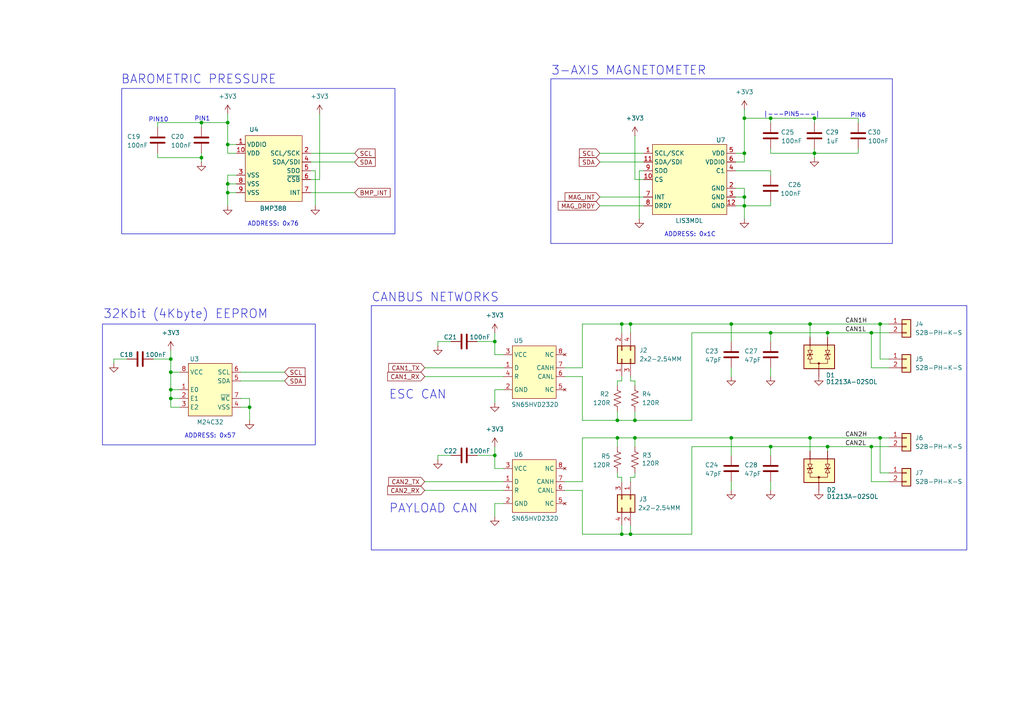
<source format=kicad_sch>
(kicad_sch (version 20231120) (generator "eeschema") (generator_version "8.0")
  (paper "A4")
  (title_block (title "I2C AND CANBUS") (date "2024-06-15") (rev "A") (comment 1 "REVIEWED BY:") (comment 3 "GITHUB: /nikphillydev") (comment 4 "DRAWN BY:  N. PHILIPENKO") (comment 5 "SIGNED:"))
  (lib_symbols
    (symbol "Connector_Generic:Conn_01x02" (pin_names (offset 1.016) hide)
      (property "Reference" "J" (at 0 2.54 0))
      (property "Value" "Conn_01x02" (at 0 -5.08 0))
      (symbol "Conn_01x02_1_1"
        (rectangle (start -1.27 -2.413) (end 0 -2.667) (stroke (width 0.1524)))
        (rectangle (start -1.27 0.127) (end 0 -0.127) (stroke (width 0.1524)))
        (rectangle (start -1.27 1.27) (end 1.27 -3.81) (stroke (width 0.254)) (fill (type background)))
        (pin passive line (at -5.08 0 0) (length 3.81) (name "Pin_1") (number "1"))
        (pin passive line (at -5.08 -2.54 0) (length 3.81) (name "Pin_2") (number "2"))
      )
    )
    (symbol "Connector_Generic:Conn_02x02_Odd_Even" (pin_names (offset 1.016) hide)
      (property "Reference" "J" (at 1.27 2.54 0))
      (property "Value" "Conn_02x02_Odd_Even" (at 1.27 -5.08 0))
      (symbol "Conn_02x02_Odd_Even_1_1"
        (rectangle (start -1.27 -2.413) (end 0 -2.667) (stroke (width 0.1524)))
        (rectangle (start -1.27 0.127) (end 0 -0.127) (stroke (width 0.1524)))
        (rectangle (start -1.27 1.27) (end 3.81 -3.81) (stroke (width 0.254)) (fill (type background)))
        (rectangle (start 3.81 -2.413) (end 2.54 -2.667) (stroke (width 0.1524)))
        (rectangle (start 3.81 0.127) (end 2.54 -0.127) (stroke (width 0.1524)))
        (pin passive line (at -5.08 0 0) (length 3.81) (name "Pin_1") (number "1"))
        (pin passive line (at 7.62 0 180) (length 3.81) (name "Pin_2") (number "2"))
        (pin passive line (at -5.08 -2.54 0) (length 3.81) (name "Pin_3") (number "3"))
        (pin passive line (at 7.62 -2.54 180) (length 3.81) (name "Pin_4") (number "4"))
      )
    )
    (symbol "Device:C" (pin_numbers hide) (pin_names (offset 0.254))
      (property "Reference" "C" (at 0.635 2.54 0))
      (property "Value" "C" (at 0.635 -2.54 0))
      (symbol "C_0_1"
        (polyline (pts (xy -2.032 -0.762) (xy 2.032 -0.762)) (stroke (width 0.508)))
        (polyline (pts (xy -2.032 0.762) (xy 2.032 0.762)) (stroke (width 0.508)))
      )
      (symbol "C_1_1"
        (pin passive line (at 0 3.81 270) (length 2.794) (name "~") (number "1"))
        (pin passive line (at 0 -3.81 90) (length 2.794) (name "~") (number "2"))
      )
    )
    (symbol "Device:R_US" (pin_numbers hide) (pin_names (offset 0))
      (property "Reference" "R" (at 2.54 0 90))
      (property "Value" "R_US" (at -2.54 0 90))
      (symbol "R_US_0_1"
        (polyline (pts (xy 0 -2.286) (xy 0 -2.54)))
        (polyline (pts (xy 0 2.286) (xy 0 2.54)))
        (polyline (pts (xy 0 -0.762) (xy 1.016 -1.143) (xy 0 -1.524) (xy -1.016 -1.905) (xy 0 -2.286)))
        (polyline (pts (xy 0 0.762) (xy 1.016 0.381) (xy 0 0) (xy -1.016 -0.381) (xy 0 -0.762)))
        (polyline (pts (xy 0 2.286) (xy 1.016 1.905) (xy 0 1.524) (xy -1.016 1.143) (xy 0 0.762)))
      )
      (symbol "R_US_1_1"
        (pin passive line (at 0 3.81 270) (length 1.27) (name "~") (number "1"))
        (pin passive line (at 0 -3.81 90) (length 1.27) (name "~") (number "2"))
      )
    )
    (symbol "Diodes:TVS_BIDIRECTIONAL_2CH" (pin_numbers hide) (pin_names hide)
      (property "Reference" "D" (at 2.54 -5.842 0))
      (symbol "TVS_BIDIRECTIONAL_2CH_0_0"
        (pin passive line (at 0 -6.35 90) (length 2.54) (name "A") (number "3"))
      )
      (symbol "TVS_BIDIRECTIONAL_2CH_0_1"
        (circle (center 0 -2.54) (radius 0.254) (fill (type outline)))
        (polyline (pts (xy -2.54 2.54) (xy -2.54 1.27)))
        (polyline (pts (xy 0 -2.54) (xy 0 -3.81)))
        (polyline (pts (xy 2.54 2.54) (xy 2.54 1.27)))
        (polyline (pts (xy -3.302 -0.254) (xy -3.302 0) (xy -1.905 0) (xy -1.778 0)))
        (polyline (pts (xy -3.302 -0.254) (xy -3.302 0) (xy -1.905 0) (xy -1.778 0)))
        (polyline (pts (xy -2.54 -1.27) (xy -2.54 -2.54) (xy 2.54 -2.54) (xy 2.54 -1.27)))
        (polyline (pts (xy -2.54 0) (xy -1.905 -1.27) (xy -3.175 -1.27) (xy -2.54 0)))
        (polyline (pts (xy -2.54 0) (xy -1.905 1.27) (xy -3.175 1.27) (xy -2.54 0)))
        (polyline (pts (xy -1.778 0.254) (xy -1.778 0) (xy -3.175 0) (xy -3.302 0)))
        (polyline (pts (xy 1.778 -0.254) (xy 1.778 0) (xy 3.175 0) (xy 3.302 0)))
        (polyline (pts (xy 2.54 0) (xy 1.905 -1.27) (xy 3.175 -1.27) (xy 2.54 0)))
        (polyline (pts (xy 2.54 0) (xy 1.905 1.27) (xy 3.175 1.27) (xy 2.54 0)))
        (polyline (pts (xy 3.302 0.254) (xy 3.302 0) (xy 1.905 0) (xy 1.778 0)))
      )
      (symbol "TVS_BIDIRECTIONAL_2CH_1_1"
        (rectangle (start -4.318 2.794) (end 4.572 -4.064) (stroke (width 0.254)) (fill (type background)))
        (pin passive line (at -2.54 5.08 270) (length 2.54) (name "K") (number "1"))
        (pin passive line (at 2.54 5.08 270) (length 2.54) (name "K") (number "2"))
      )
    )
    (symbol "ICs:BMP388"
      (property "Reference" "U" (at -12.446 4.318 0))
      (property "Value" "BMP388" (at -5.842 -18.034 0))
      (symbol "BMP388_0_0"
        (pin power_in line (at -16.51 0 0) (length 2.54) (name "VDDIO") (number "1"))
        (pin power_in line (at -16.51 -2.54 0) (length 2.54) (name "VDD") (number "10"))
        (pin passive line (at 5.08 -2.54 180) (length 2.54) (name "SCL/SCK") (number "2"))
        (pin passive line (at 5.08 -5.08 180) (length 2.54) (name "SDA/SDI") (number "4"))
        (pin passive line (at 5.08 -7.62 180) (length 2.54) (name "SDO") (number "5"))
        (pin passive line (at 5.08 -10.16 180) (length 2.54) (name "~{CSB}") (number "6"))
        (pin passive line (at 5.08 -13.97 180) (length 2.54) (name "INT") (number "7"))
      )
      (symbol "BMP388_1_0"
        (pin passive line (at -16.51 -8.89 0) (length 2.54) (name "VSS") (number "3"))
        (pin passive line (at -16.51 -11.43 0) (length 2.54) (name "VSS") (number "8"))
        (pin passive line (at -16.51 -13.97 0) (length 2.54) (name "VSS") (number "9"))
      )
      (symbol "BMP388_1_1"
        (rectangle (start -13.97 2.54) (end 2.54 -16.51) (fill (type background)))
      )
    )
    (symbol "ICs:LIS3MDL"
      (property "Reference" "U" (at -11.176 5.334 0))
      (property "Value" "LIS3MDL" (at -1.524 -18.034 0))
      (symbol "LIS3MDL_0_0"
        (pin passive line (at 11.43 1.27 180) (length 2.54) (name "SCL/SCK") (number "1"))
        (pin passive line (at 11.43 -6.35 180) (length 2.54) (name "CS") (number "10"))
        (pin passive line (at 11.43 -1.27 180) (length 2.54) (name "SDA/SDI") (number "11"))
        (pin passive line (at -15.24 -3.81 0) (length 2.54) (name "C1") (number "4"))
        (pin power_in line (at -15.24 1.27 0) (length 2.54) (name "VDD") (number "5"))
        (pin power_in line (at -15.24 -1.27 0) (length 2.54) (name "VDDIO") (number "6"))
        (pin passive line (at 11.43 -11.43 180) (length 2.54) (name "INT") (number "7"))
        (pin passive line (at 11.43 -13.97 180) (length 2.54) (name "DRDY") (number "8"))
        (pin passive line (at 11.43 -3.81 180) (length 2.54) (name "SDO") (number "9"))
      )
      (symbol "LIS3MDL_1_0"
        (pin passive line (at -15.24 -13.97 0) (length 2.54) (name "GND") (number "12"))
        (pin passive line (at -15.24 -8.89 0) (length 2.54) (name "GND") (number "2"))
        (pin passive line (at -15.24 -11.43 0) (length 2.54) (name "GND") (number "3"))
      )
      (symbol "LIS3MDL_1_1"
        (rectangle (start -12.7 3.81) (end 8.89 -16.51) (fill (type background)))
      )
    )
    (symbol "ICs:M24Cxx-8PIN"
      (property "Reference" "U" (at -5.08 8.89 0))
      (property "Value" "M24Cxx" (at -0.254 -9.144 0))
      (symbol "M24Cxx-8PIN_0_0"
        (pin passive line (at -8.89 0 0) (length 2.54) (name "E0") (number "1"))
        (pin passive line (at -8.89 -2.54 0) (length 2.54) (name "E1") (number "2"))
        (pin passive line (at -8.89 -5.08 0) (length 2.54) (name "E2") (number "3"))
        (pin bidirectional line (at 8.89 2.54 180) (length 2.54) (name "SDA") (number "5"))
        (pin input line (at 8.89 5.08 180) (length 2.54) (name "SCL") (number "6"))
        (pin passive line (at 8.89 -2.54 180) (length 2.54) (name "~{WC}") (number "7"))
        (pin power_in line (at -8.89 5.08 0) (length 2.54) (name "VCC") (number "8"))
      )
      (symbol "M24Cxx-8PIN_1_0"
        (pin passive line (at 8.89 -5.08 180) (length 2.54) (name "VSS") (number "4"))
      )
      (symbol "M24Cxx-8PIN_1_1"
        (rectangle (start -6.35 7.62) (end 6.35 -7.62) (fill (type background)))
      )
    )
    (symbol "ICs:SN65HVD232D"
      (property "Reference" "U" (at -5.334 8.89 0))
      (property "Value" "SN65HVD232D" (at 0 -9.144 0))
      (symbol "SN65HVD232D_0_0"
        (pin power_in line (at -8.89 5.08 0) (length 2.54) (name "VCC") (number "3"))
        (pin no_connect line (at 8.89 -5.08 180) (length 2.54) (name "NC") (number "5"))
        (pin passive line (at 8.89 -1.27 180) (length 2.54) (name "CANL") (number "6"))
        (pin passive line (at 8.89 1.27 180) (length 2.54) (name "CANH") (number "7"))
        (pin no_connect line (at 8.89 5.08 180) (length 2.54) (name "NC") (number "8"))
      )
      (symbol "SN65HVD232D_1_0"
        (pin passive line (at -8.89 1.27 0) (length 2.54) (name "D") (number "1"))
        (pin passive line (at -8.89 -5.08 0) (length 2.54) (name "GND") (number "2"))
        (pin passive line (at -8.89 -1.27 0) (length 2.54) (name "R") (number "4"))
      )
      (symbol "SN65HVD232D_1_1"
        (rectangle (start -6.35 7.62) (end 6.35 -7.62) (fill (type background)))
      )
    )
    (symbol "SN65HVD232D_1"
      (property "Reference" "U" (at -5.334 8.89 0))
      (property "Value" "SN65HVD232D" (at 0 -9.144 0))
      (symbol "SN65HVD232D_1_0_0"
        (pin power_in line (at -8.89 5.08 0) (length 2.54) (name "VCC") (number "3"))
        (pin no_connect line (at 8.89 -5.08 180) (length 2.54) (name "NC") (number "5"))
        (pin passive line (at 8.89 -1.27 180) (length 2.54) (name "CANL") (number "6"))
        (pin passive line (at 8.89 1.27 180) (length 2.54) (name "CANH") (number "7"))
        (pin no_connect line (at 8.89 5.08 180) (length 2.54) (name "NC") (number "8"))
      )
      (symbol "SN65HVD232D_1_1_0"
        (pin passive line (at -8.89 1.27 0) (length 2.54) (name "D") (number "1"))
        (pin passive line (at -8.89 -5.08 0) (length 2.54) (name "GND") (number "2"))
        (pin passive line (at -8.89 -1.27 0) (length 2.54) (name "R") (number "4"))
      )
      (symbol "SN65HVD232D_1_1_1"
        (rectangle (start -6.35 7.62) (end 6.35 -7.62) (fill (type background)))
      )
    )
    (symbol "TVS_BIDIRECTIONAL_2CH_1" (pin_numbers hide) (pin_names hide)
      (property "Reference" "D" (at 2.54 -5.842 0))
      (symbol "TVS_BIDIRECTIONAL_2CH_1_0_0"
        (pin passive line (at 0 -6.35 90) (length 2.54) (name "A") (number "3"))
      )
      (symbol "TVS_BIDIRECTIONAL_2CH_1_0_1"
        (circle (center 0 -2.54) (radius 0.254) (fill (type outline)))
        (polyline (pts (xy -2.54 2.54) (xy -2.54 1.27)))
        (polyline (pts (xy 0 -2.54) (xy 0 -3.81)))
        (polyline (pts (xy 2.54 2.54) (xy 2.54 1.27)))
        (polyline (pts (xy -3.302 -0.254) (xy -3.302 0) (xy -1.905 0) (xy -1.778 0)))
        (polyline (pts (xy -3.302 -0.254) (xy -3.302 0) (xy -1.905 0) (xy -1.778 0)))
        (polyline (pts (xy -2.54 -1.27) (xy -2.54 -2.54) (xy 2.54 -2.54) (xy 2.54 -1.27)))
        (polyline (pts (xy -2.54 0) (xy -1.905 -1.27) (xy -3.175 -1.27) (xy -2.54 0)))
        (polyline (pts (xy -2.54 0) (xy -1.905 1.27) (xy -3.175 1.27) (xy -2.54 0)))
        (polyline (pts (xy -1.778 0.254) (xy -1.778 0) (xy -3.175 0) (xy -3.302 0)))
        (polyline (pts (xy 1.778 -0.254) (xy 1.778 0) (xy 3.175 0) (xy 3.302 0)))
        (polyline (pts (xy 2.54 0) (xy 1.905 -1.27) (xy 3.175 -1.27) (xy 2.54 0)))
        (polyline (pts (xy 2.54 0) (xy 1.905 1.27) (xy 3.175 1.27) (xy 2.54 0)))
        (polyline (pts (xy 3.302 0.254) (xy 3.302 0) (xy 1.905 0) (xy 1.778 0)))
      )
      (symbol "TVS_BIDIRECTIONAL_2CH_1_1_1"
        (rectangle (start -4.318 2.794) (end 4.572 -4.064) (stroke (width 0.254)) (fill (type background)))
        (pin passive line (at -2.54 5.08 270) (length 2.54) (name "K") (number "1"))
        (pin passive line (at 2.54 5.08 270) (length 2.54) (name "K") (number "2"))
      )
    )
    (symbol "power:+3.3V" (power) (pin_numbers hide) (pin_names (offset 0) hide)
      (property "Value" "+3.3V" (at 0 3.556 0))
      (symbol "+3.3V_0_1"
        (polyline (pts (xy -0.762 1.27) (xy 0 2.54)))
        (polyline (pts (xy 0 0) (xy 0 2.54)))
        (polyline (pts (xy 0 2.54) (xy 0.762 1.27)))
      )
      (symbol "+3.3V_1_1"
        (pin power_in line (at 0 0 90) (length 0) (name "~") (number "1"))
      )
    )
    (symbol "power:GND" (power) (pin_numbers hide) (pin_names (offset 0) hide)
      (property "Value" "GND" (at 0 -3.81 0))
      (symbol "GND_0_1"
        (polyline (pts (xy 0 0) (xy 0 -1.27) (xy 1.27 -1.27) (xy 0 -2.54) (xy -1.27 -1.27) (xy 0 -1.27)))
      )
      (symbol "GND_1_1"
        (pin power_in line (at 0 0 270) (length 0) (name "~") (number "1"))
      )
    )
  )
  (junction (at 234.95 93.98))
  (junction (at 215.9 57.15))
  (junction (at 182.88 154.94))
  (junction (at 49.53 104.14))
  (junction (at 66.04 35.56))
  (junction (at 72.39 118.11))
  (junction (at 212.09 127))
  (junction (at 66.04 53.34))
  (junction (at 143.51 99.06))
  (junction (at 215.9 34.29))
  (junction (at 223.52 34.29))
  (junction (at 179.07 121.92))
  (junction (at 215.9 44.45))
  (junction (at 180.34 93.98))
  (junction (at 236.22 34.29))
  (junction (at 252.73 96.52))
  (junction (at 240.03 96.52))
  (junction (at 255.27 93.98))
  (junction (at 49.53 115.57))
  (junction (at 184.15 121.92))
  (junction (at 180.34 154.94))
  (junction (at 184.15 127))
  (junction (at 252.73 129.54))
  (junction (at 143.51 132.08))
  (junction (at 49.53 113.03))
  (junction (at 212.09 93.98))
  (junction (at 234.95 127))
  (junction (at 223.52 129.54))
  (junction (at 255.27 127))
  (junction (at 58.42 35.56))
  (junction (at 49.53 107.95))
  (junction (at 236.22 44.45))
  (junction (at 179.07 127))
  (junction (at 182.88 93.98))
  (junction (at 66.04 55.88))
  (junction (at 215.9 59.69))
  (junction (at 66.04 41.91))
  (junction (at 223.52 96.52))
  (junction (at 58.42 45.72))
  (junction (at 240.03 129.54))
  (wire (pts (xy 186.69 59.69) (xy 173.99 59.69)))
  (wire (pts (xy 223.52 129.54) (xy 240.03 129.54)))
  (wire (pts (xy 163.83 142.24) (xy 168.91 142.24)))
  (wire (pts (xy 182.88 154.94) (xy 182.88 152.4)))
  (wire (pts (xy 180.34 139.7) (xy 180.34 138.43)))
  (wire (pts (xy 252.73 106.68) (xy 252.73 96.52)))
  (wire (pts (xy 168.91 154.94) (xy 180.34 154.94)))
  (wire (pts (xy 180.34 110.49) (xy 179.07 110.49)))
  (wire (pts (xy 146.05 139.7) (xy 123.19 139.7)))
  (wire (pts (xy 72.39 118.11) (xy 72.39 121.92)))
  (wire (pts (xy 68.58 50.8) (xy 66.04 50.8)))
  (wire (pts (xy 179.07 110.49) (xy 179.07 111.76)))
  (wire (pts (xy 143.51 129.54) (xy 143.51 132.08)))
  (wire (pts (xy 66.04 55.88) (xy 66.04 59.69)))
  (wire (pts (xy 146.05 102.87) (xy 143.51 102.87)))
  (wire (pts (xy 179.07 127) (xy 184.15 127)))
  (wire (pts (xy 215.9 44.45) (xy 215.9 46.99)))
  (wire (pts (xy 234.95 127) (xy 234.95 130.81)))
  (wire (pts (xy 252.73 96.52) (xy 257.81 96.52)))
  (wire (pts (xy 143.51 96.52) (xy 143.51 99.06)))
  (wire (pts (xy 182.88 110.49) (xy 184.15 110.49)))
  (wire (pts (xy 255.27 93.98) (xy 257.81 93.98)))
  (wire (pts (xy 146.05 109.22) (xy 123.19 109.22)))
  (wire (pts (xy 212.09 132.08) (xy 212.09 127)))
  (wire (pts (xy 223.52 96.52) (xy 240.03 96.52)))
  (wire (pts (xy 52.07 118.11) (xy 49.53 118.11)))
  (wire (pts (xy 179.07 119.38) (xy 179.07 121.92)))
  (wire (pts (xy 223.52 49.53) (xy 223.52 50.8)))
  (wire (pts (xy 215.9 57.15) (xy 213.36 57.15)))
  (wire (pts (xy 223.52 49.53) (xy 213.36 49.53)))
  (wire (pts (xy 212.09 93.98) (xy 234.95 93.98)))
  (wire (pts (xy 236.22 43.18) (xy 236.22 44.45)))
  (wire (pts (xy 66.04 35.56) (xy 58.42 35.56)))
  (wire (pts (xy 66.04 44.45) (xy 68.58 44.45)))
  (wire (pts (xy 213.36 54.61) (xy 215.9 54.61)))
  (wire (pts (xy 248.92 35.56) (xy 248.92 34.29)))
  (wire (pts (xy 90.17 44.45) (xy 102.87 44.45)))
  (wire (pts (xy 168.91 139.7) (xy 168.91 127)))
  (wire (pts (xy 215.9 59.69) (xy 215.9 63.5)))
  (wire (pts (xy 223.52 34.29) (xy 223.52 35.56)))
  (wire (pts (xy 180.34 93.98) (xy 180.34 96.52)))
  (wire (pts (xy 69.85 115.57) (xy 72.39 115.57)))
  (wire (pts (xy 182.88 154.94) (xy 200.66 154.94)))
  (wire (pts (xy 163.83 139.7) (xy 168.91 139.7)))
  (wire (pts (xy 58.42 35.56) (xy 45.72 35.56)))
  (wire (pts (xy 90.17 55.88) (xy 102.87 55.88)))
  (wire (pts (xy 186.69 49.53) (xy 185.42 49.53)))
  (wire (pts (xy 130.81 132.08) (xy 127 132.08)))
  (wire (pts (xy 200.66 121.92) (xy 200.66 96.52)))
  (wire (pts (xy 223.52 59.69) (xy 215.9 59.69)))
  (wire (pts (xy 180.34 109.22) (xy 180.34 110.49)))
  (wire (pts (xy 223.52 44.45) (xy 223.52 43.18)))
  (wire (pts (xy 66.04 33.02) (xy 66.04 35.56)))
  (wire (pts (xy 163.83 106.68) (xy 168.91 106.68)))
  (wire (pts (xy 58.42 45.72) (xy 58.42 44.45)))
  (wire (pts (xy 146.05 146.05) (xy 143.51 146.05)))
  (wire (pts (xy 234.95 93.98) (xy 234.95 97.79)))
  (wire (pts (xy 49.53 115.57) (xy 49.53 113.03)))
  (wire (pts (xy 168.91 109.22) (xy 168.91 121.92)))
  (wire (pts (xy 49.53 118.11) (xy 49.53 115.57)))
  (wire (pts (xy 90.17 52.07) (xy 92.71 52.07)))
  (wire (pts (xy 200.66 154.94) (xy 200.66 129.54)))
  (wire (pts (xy 49.53 101.6) (xy 49.53 104.14)))
  (wire (pts (xy 180.34 138.43) (xy 179.07 138.43)))
  (wire (pts (xy 182.88 109.22) (xy 182.88 110.49)))
  (wire (pts (xy 186.69 44.45) (xy 173.99 44.45)))
  (wire (pts (xy 49.53 115.57) (xy 52.07 115.57)))
  (wire (pts (xy 182.88 93.98) (xy 212.09 93.98)))
  (wire (pts (xy 234.95 93.98) (xy 255.27 93.98)))
  (wire (pts (xy 90.17 49.53) (xy 91.44 49.53)))
  (wire (pts (xy 255.27 127) (xy 257.81 127)))
  (wire (pts (xy 45.72 44.45) (xy 45.72 45.72)))
  (wire (pts (xy 236.22 44.45) (xy 223.52 44.45)))
  (wire (pts (xy 138.43 132.08) (xy 143.51 132.08)))
  (wire (pts (xy 127 99.06) (xy 127 100.33)))
  (wire (pts (xy 240.03 97.79) (xy 240.03 96.52)))
  (wire (pts (xy 257.81 137.16) (xy 255.27 137.16)))
  (wire (pts (xy 146.05 113.03) (xy 143.51 113.03)))
  (wire (pts (xy 66.04 53.34) (xy 66.04 55.88)))
  (wire (pts (xy 236.22 44.45) (xy 248.92 44.45)))
  (wire (pts (xy 168.91 142.24) (xy 168.91 154.94)))
  (wire (pts (xy 143.51 132.08) (xy 143.51 135.89)))
  (wire (pts (xy 69.85 118.11) (xy 72.39 118.11)))
  (wire (pts (xy 215.9 57.15) (xy 215.9 59.69)))
  (wire (pts (xy 45.72 35.56) (xy 45.72 36.83)))
  (wire (pts (xy 58.42 35.56) (xy 58.42 36.83)))
  (wire (pts (xy 49.53 104.14) (xy 49.53 107.95)))
  (wire (pts (xy 215.9 31.75) (xy 215.9 34.29)))
  (wire (pts (xy 90.17 46.99) (xy 102.87 46.99)))
  (wire (pts (xy 143.51 99.06) (xy 143.51 102.87)))
  (wire (pts (xy 184.15 119.38) (xy 184.15 121.92)))
  (wire (pts (xy 215.9 54.61) (xy 215.9 57.15)))
  (wire (pts (xy 223.52 58.42) (xy 223.52 59.69)))
  (wire (pts (xy 168.91 121.92) (xy 179.07 121.92)))
  (wire (pts (xy 58.42 45.72) (xy 58.42 46.99)))
  (wire (pts (xy 184.15 52.07) (xy 184.15 39.37)))
  (wire (pts (xy 72.39 115.57) (xy 72.39 118.11)))
  (wire (pts (xy 66.04 53.34) (xy 68.58 53.34)))
  (wire (pts (xy 248.92 43.18) (xy 248.92 44.45)))
  (wire (pts (xy 180.34 154.94) (xy 182.88 154.94)))
  (wire (pts (xy 184.15 127) (xy 212.09 127)))
  (wire (pts (xy 212.09 99.06) (xy 212.09 93.98)))
  (wire (pts (xy 186.69 46.99) (xy 173.99 46.99)))
  (wire (pts (xy 184.15 121.92) (xy 200.66 121.92)))
  (wire (pts (xy 248.92 34.29) (xy 236.22 34.29)))
  (wire (pts (xy 179.07 138.43) (xy 179.07 137.16)))
  (wire (pts (xy 52.07 107.95) (xy 49.53 107.95)))
  (wire (pts (xy 127 132.08) (xy 127 133.35)))
  (wire (pts (xy 215.9 44.45) (xy 213.36 44.45)))
  (wire (pts (xy 234.95 127) (xy 255.27 127)))
  (wire (pts (xy 184.15 138.43) (xy 184.15 137.16)))
  (wire (pts (xy 257.81 104.14) (xy 255.27 104.14)))
  (wire (pts (xy 185.42 49.53) (xy 185.42 63.5)))
  (wire (pts (xy 146.05 135.89) (xy 143.51 135.89)))
  (wire (pts (xy 212.09 139.7) (xy 212.09 142.24)))
  (wire (pts (xy 200.66 129.54) (xy 223.52 129.54)))
  (wire (pts (xy 138.43 99.06) (xy 143.51 99.06)))
  (wire (pts (xy 252.73 129.54) (xy 257.81 129.54)))
  (wire (pts (xy 66.04 35.56) (xy 66.04 41.91)))
  (wire (pts (xy 223.52 34.29) (xy 236.22 34.29)))
  (wire (pts (xy 92.71 33.02) (xy 92.71 52.07)))
  (wire (pts (xy 182.88 93.98) (xy 182.88 96.52)))
  (wire (pts (xy 255.27 127) (xy 255.27 137.16)))
  (wire (pts (xy 36.83 104.14) (xy 33.02 104.14)))
  (wire (pts (xy 66.04 41.91) (xy 68.58 41.91)))
  (wire (pts (xy 143.51 113.03) (xy 143.51 116.84)))
  (wire (pts (xy 91.44 49.53) (xy 91.44 59.69)))
  (wire (pts (xy 255.27 93.98) (xy 255.27 104.14)))
  (wire (pts (xy 184.15 129.54) (xy 184.15 127)))
  (wire (pts (xy 143.51 146.05) (xy 143.51 149.86)))
  (wire (pts (xy 179.07 129.54) (xy 179.07 127)))
  (wire (pts (xy 180.34 93.98) (xy 182.88 93.98)))
  (wire (pts (xy 33.02 104.14) (xy 33.02 105.41)))
  (wire (pts (xy 163.83 109.22) (xy 168.91 109.22)))
  (wire (pts (xy 168.91 127) (xy 179.07 127)))
  (wire (pts (xy 180.34 154.94) (xy 180.34 152.4)))
  (wire (pts (xy 212.09 106.68) (xy 212.09 109.22)))
  (wire (pts (xy 66.04 50.8) (xy 66.04 53.34)))
  (wire (pts (xy 223.52 139.7) (xy 223.52 142.24)))
  (wire (pts (xy 49.53 113.03) (xy 49.53 107.95)))
  (wire (pts (xy 223.52 96.52) (xy 223.52 99.06)))
  (wire (pts (xy 69.85 110.49) (xy 82.55 110.49)))
  (wire (pts (xy 212.09 127) (xy 234.95 127)))
  (wire (pts (xy 200.66 96.52) (xy 223.52 96.52)))
  (wire (pts (xy 252.73 139.7) (xy 252.73 129.54)))
  (wire (pts (xy 168.91 106.68) (xy 168.91 93.98)))
  (wire (pts (xy 69.85 107.95) (xy 82.55 107.95)))
  (wire (pts (xy 184.15 110.49) (xy 184.15 111.76)))
  (wire (pts (xy 240.03 129.54) (xy 252.73 129.54)))
  (wire (pts (xy 146.05 142.24) (xy 123.19 142.24)))
  (wire (pts (xy 130.81 99.06) (xy 127 99.06)))
  (wire (pts (xy 146.05 106.68) (xy 123.19 106.68)))
  (wire (pts (xy 66.04 41.91) (xy 66.04 44.45)))
  (wire (pts (xy 49.53 113.03) (xy 52.07 113.03)))
  (wire (pts (xy 168.91 93.98) (xy 180.34 93.98)))
  (wire (pts (xy 240.03 129.54) (xy 240.03 130.81)))
  (wire (pts (xy 223.52 129.54) (xy 223.52 132.08)))
  (wire (pts (xy 215.9 59.69) (xy 213.36 59.69)))
  (wire (pts (xy 223.52 106.68) (xy 223.52 109.22)))
  (wire (pts (xy 236.22 44.45) (xy 236.22 45.72)))
  (wire (pts (xy 179.07 121.92) (xy 184.15 121.92)))
  (wire (pts (xy 257.81 139.7) (xy 252.73 139.7)))
  (wire (pts (xy 182.88 138.43) (xy 184.15 138.43)))
  (wire (pts (xy 44.45 104.14) (xy 49.53 104.14)))
  (wire (pts (xy 186.69 57.15) (xy 173.99 57.15)))
  (wire (pts (xy 186.69 52.07) (xy 184.15 52.07)))
  (wire (pts (xy 182.88 139.7) (xy 182.88 138.43)))
  (wire (pts (xy 215.9 34.29) (xy 223.52 34.29)))
  (wire (pts (xy 45.72 45.72) (xy 58.42 45.72)))
  (wire (pts (xy 236.22 34.29) (xy 236.22 35.56)))
  (wire (pts (xy 257.81 106.68) (xy 252.73 106.68)))
  (wire (pts (xy 66.04 55.88) (xy 68.58 55.88)))
  (wire (pts (xy 240.03 96.52) (xy 252.73 96.52)))
  (wire (pts (xy 215.9 34.29) (xy 215.9 44.45)))
  (wire (pts (xy 215.9 46.99) (xy 213.36 46.99)))
  (rectangle (start 107.696 88.646) (end 280.416 159.512))
  (rectangle (start 159.766 22.86) (end 258.826 70.612))
  (rectangle (start 29.718 93.98) (end 91.44 129.032))
  (rectangle (start 35.306 25.654) (end 114.554 67.818))
  (text "ESC CAN" (at 121.158 114.554 0) (effects (font (size 2.54 2.54))))
  (text "BAROMETRIC PRESSURE" (at 57.658 23.114 0) (effects (font (size 2.54 2.54))))
  (text "PIN1\n" (at 58.674 34.544 0) (effects (font (size 1.27 1.27))))
  (text "|---PIN5---|\n" (at 229.616 33.274 0) (effects (font (size 1.27 1.27))))
  (text "3-AXIS MAGNETOMETER" (at 182.372 20.574 0) (effects (font (size 2.54 2.54))))
  (text "32Kbit (4Kbyte) EEPROM" (at 53.848 91.186 0) (effects (font (size 2.54 2.54))))
  (text "CANBUS NETWORKS" (at 126.238 86.36 0) (effects (font (size 2.54 2.54))))
  (text "PIN10" (at 45.974 34.798 0) (effects (font (size 1.27 1.27))))
  (text "ADDRESS: 0x76" (at 79.248 65.024 0) (effects (font (size 1.27 1.27))))
  (text "PAYLOAD CAN" (at 125.73 147.574 0) (effects (font (size 2.54 2.54))))
  (text "ADDRESS: 0x57" (at 60.96 126.492 0) (effects (font (size 1.27 1.27))))
  (text "PIN6\n" (at 248.92 33.528 0) (effects (font (size 1.27 1.27))))
  (text "ADDRESS: 0x1C" (at 200.152 68.072 0) (effects (font (size 1.27 1.27))))
  (label "CAN1L" (at 245.11 96.52 0))
  (label "CAN1H" (at 245.11 93.98 0))
  (label "CAN2H" (at 245.11 127 0))
  (label "CAN2L" (at 245.11 129.54 0))
  (global_label "SCL" (shape input) (at 82.55 107.95 0) (property "Intersheetrefs" "${INTERSHEET_REFS}" (effects (hide yes))))
  (global_label "SDA" (shape input) (at 102.87 46.99 0) (property "Intersheetrefs" "${INTERSHEET_REFS}" (effects (hide yes))))
  (global_label "MAG_INT" (shape input) (at 173.99 57.15 180) (property "Intersheetrefs" "${INTERSHEET_REFS}" (effects (hide yes))))
  (global_label "BMP_INT" (shape input) (at 102.87 55.88 0) (property "Intersheetrefs" "${INTERSHEET_REFS}" (effects (hide yes))))
  (global_label "CAN2_TX" (shape input) (at 123.19 139.7 180) (property "Intersheetrefs" "${INTERSHEET_REFS}" (effects (hide yes))))
  (global_label "SCL" (shape input) (at 102.87 44.45 0) (property "Intersheetrefs" "${INTERSHEET_REFS}" (effects (hide yes))))
  (global_label "SCL" (shape input) (at 173.99 44.45 180) (property "Intersheetrefs" "${INTERSHEET_REFS}" (effects (hide yes))))
  (global_label "SDA" (shape input) (at 173.99 46.99 180) (property "Intersheetrefs" "${INTERSHEET_REFS}" (effects (hide yes))))
  (global_label "CAN1_TX" (shape input) (at 123.19 106.68 180) (property "Intersheetrefs" "${INTERSHEET_REFS}" (effects (hide yes))))
  (global_label "CAN2_RX" (shape input) (at 123.19 142.24 180) (property "Intersheetrefs" "${INTERSHEET_REFS}" (effects (hide yes))))
  (global_label "CAN1_RX" (shape input) (at 123.19 109.22 180) (property "Intersheetrefs" "${INTERSHEET_REFS}" (effects (hide yes))))
  (global_label "SDA" (shape input) (at 82.55 110.49 0) (property "Intersheetrefs" "${INTERSHEET_REFS}" (effects (hide yes))))
  (global_label "MAG_DRDY" (shape input) (at 173.99 59.69 180) (property "Intersheetrefs" "${INTERSHEET_REFS}" (effects (hide yes))))
  (symbol (lib_id "power:GND") (at 212.09 109.22 0) (unit 1)
    (property "Reference" "#PWR032" (effects (hide yes)))
    (property "Value" "GND" (effects (hide yes)))
    (property "Description" "Power symbol creates a global label with name \"GND\" , ground" (effects (hide yes)))
  )
  (symbol (lib_id "Device:C") (at 248.92 39.37 0) (mirror y) (unit 1)
    (property "Reference" "C30" (at 255.524 38.354 0) (effects (justify left)))
    (property "Value" "100nF" (at 257.81 40.894 0) (effects (justify left)))
    (property "Footprint" "Capacitors:CAP_0402_1005Metric" (effects (hide yes)))
    (property "Description" "Unpolarized capacitor" (effects (hide yes)))
    (property "JLCPCB Part#" "C77020" (effects (hide yes)))
  )
  (symbol (lib_id "power:+3.3V") (at 143.51 96.52 0) (unit 1)
    (property "Reference" "#PWR026" (effects (hide yes)))
    (property "Value" "+3V3" (at 143.51 91.44 0))
    (property "Description" "Power symbol creates a global label with name \"+3.3V\"" (effects (hide yes)))
  )
  (symbol (lib_id "Device:C") (at 236.22 39.37 0) (mirror y) (unit 1)
    (property "Reference" "C29" (at 243.332 38.354 0) (effects (justify left)))
    (property "Value" "1uF" (at 243.332 40.894 0) (effects (justify left)))
    (property "Footprint" "Capacitors:CAP_0402_1005Metric" (effects (hide yes)))
    (property "Description" "Unpolarized capacitor" (effects (hide yes)))
    (property "JLCPCB Part#" "C77009" (effects (hide yes)))
  )
  (symbol (lib_id "power:GND") (at 72.39 121.92 0) (unit 1)
    (property "Reference" "#PWR021" (effects (hide yes)))
    (property "Value" "GND" (effects (hide yes)))
    (property "Description" "Power symbol creates a global label with name \"GND\" , ground" (effects (hide yes)))
  )
  (symbol (lib_id "power:+3.3V") (at 215.9 31.75 0) (mirror y) (unit 1)
    (property "Reference" "#PWR034" (effects (hide yes)))
    (property "Value" "+3V3" (at 215.9 26.67 0))
    (property "Description" "Power symbol creates a global label with name \"+3.3V\"" (effects (hide yes)))
  )
  (symbol (lib_id "Connector_Generic:Conn_01x02") (at 262.89 93.98 0) (unit 1)
    (property "Reference" "J4" (at 265.43 93.9799 0) (effects (justify left)))
    (property "Value" "S2B-PH-K-S" (at 265.43 96.5199 0) (effects (justify left)))
    (property "Footprint" "Connectors:CONN_JST_S2B-PH-K-S" (effects (hide yes)))
    (property "Description" "Generic connector, single row, 01x02, script generated (kicad-library-utils/schlib/autogen/connector/)" (effects (hide yes)))
    (property "JLCPCB Part#" "C173752" (effects (hide yes)))
  )
  (symbol (lib_id "power:GND") (at 66.04 59.69 0) (unit 1)
    (property "Reference" "#PWR020" (effects (hide yes)))
    (property "Value" "GND" (effects (hide yes)))
    (property "Description" "Power symbol creates a global label with name \"GND\" , ground" (effects (hide yes)))
  )
  (symbol (lib_id "Device:C") (at 134.62 132.08 90) (unit 1)
    (property "Reference" "C22" (at 132.588 130.81 90) (effects (justify left)))
    (property "Value" "100nF" (at 142.24 130.81 90) (effects (justify left)))
    (property "Footprint" "Capacitors:CAP_0402_1005Metric" (effects (hide yes)))
    (property "Description" "Unpolarized capacitor" (effects (hide yes)))
    (property "JLCPCB Part#" "C77020" (effects (hide yes)))
  )
  (symbol (lib_id "Device:C") (at 223.52 54.61 0) (mirror y) (unit 1)
    (property "Reference" "C26" (at 232.41 53.594 0) (effects (justify left)))
    (property "Value" "100nF" (at 232.41 56.134 0) (effects (justify left)))
    (property "Footprint" "Capacitors:CAP_0402_1005Metric" (effects (hide yes)))
    (property "Description" "Unpolarized capacitor" (effects (hide yes)))
    (property "JLCPCB Part#" "C77020" (effects (hide yes)))
  )
  (symbol (lib_id "Connector_Generic:Conn_02x02_Odd_Even") (at 180.34 104.14 90) (unit 1)
    (property "Reference" "J2" (at 185.42 101.5999 90) (effects (justify right)))
    (property "Value" "2x2-2.54MM " (at 185.42 104.1399 90) (effects (justify right)))
    (property "Footprint" "Connectors:CONN_MALE_TH_2.54MM_2x2" (effects (hide yes)))
    (property "Description" "Generic connector, double row, 02x02, odd/even pin numbering scheme (row 1 odd numbers, row 2 even numbers), script generated (kicad-library-utils/schlib/autogen/connector/)" (effects (hide yes)))
    (property "JLCPCB Part#" "C66690" (effects (hide yes)))
  )
  (symbol (lib_id "power:GND") (at 127 100.33 0) (unit 1)
    (property "Reference" "#PWR024" (effects (hide yes)))
    (property "Value" "GND" (effects (hide yes)))
    (property "Description" "Power symbol creates a global label with name \"GND\" , ground" (effects (hide yes)))
  )
  (symbol (lib_id "power:GND") (at 33.02 105.41 0) (unit 1)
    (property "Reference" "#PWR016" (effects (hide yes)))
    (property "Value" "GND" (effects (hide yes)))
    (property "Description" "Power symbol creates a global label with name \"GND\" , ground" (effects (hide yes)))
  )
  (symbol (lib_name "TVS_BIDIRECTIONAL_2CH_1") (lib_id "Diodes:TVS_BIDIRECTIONAL_2CH") (at 237.49 102.87 0) (unit 1)
    (property "Reference" "D1" (at 239.522 108.8389 0) (effects (justify left)))
    (property "Value" "D1213A-02SOL" (at 239.522 110.744 0) (effects (justify left)))
    (property "Footprint" "Diodes:DiodesINC_SOT23-3" (effects (hide yes)))
    (property "JLCPCB Part#" "C460585" (effects (hide yes)))
  )
  (symbol (lib_id "power:GND") (at 212.09 142.24 0) (unit 1)
    (property "Reference" "#PWR033" (effects (hide yes)))
    (property "Value" "GND" (effects (hide yes)))
    (property "Description" "Power symbol creates a global label with name \"GND\" , ground" (effects (hide yes)))
  )
  (symbol (lib_id "power:GND") (at 143.51 149.86 0) (unit 1)
    (property "Reference" "#PWR029" (effects (hide yes)))
    (property "Value" "GND" (effects (hide yes)))
    (property "Description" "Power symbol creates a global label with name \"GND\" , ground" (effects (hide yes)))
  )
  (symbol (lib_id "power:GND") (at 223.52 142.24 0) (unit 1)
    (property "Reference" "#PWR037" (effects (hide yes)))
    (property "Value" "GND" (effects (hide yes)))
    (property "Description" "Power symbol creates a global label with name \"GND\" , ground" (effects (hide yes)))
  )
  (symbol (lib_name "SN65HVD232D_1") (lib_id "ICs:SN65HVD232D") (at 154.94 107.95 0) (unit 1)
    (property "Reference" "U5" (at 150.368 98.806 0))
    (property "Value" "SN65HVD232D" (at 155.194 117.348 0))
    (property "Footprint" "ICs:TI_SOIC-8" (effects (hide yes)))
    (property "JLCPCB Part#" "C30530" (effects (hide yes)))
  )
  (symbol (lib_id "ICs:SN65HVD232D") (at 154.94 140.97 0) (unit 1)
    (property "Reference" "U6" (at 150.368 131.826 0))
    (property "Value" "SN65HVD232D" (at 155.194 150.368 0))
    (property "Footprint" "ICs:TI_SOIC-8" (effects (hide yes)))
    (property "JLCPCB Part#" "C30530" (effects (hide yes)))
  )
  (symbol (lib_id "power:GND") (at 237.49 109.22 0) (unit 1)
    (property "Reference" "#PWR039" (effects (hide yes)))
    (property "Value" "GND" (effects (hide yes)))
    (property "Description" "Power symbol creates a global label with name \"GND\" , ground" (effects (hide yes)))
  )
  (symbol (lib_id "power:GND") (at 223.52 109.22 0) (unit 1)
    (property "Reference" "#PWR036" (effects (hide yes)))
    (property "Value" "GND" (effects (hide yes)))
    (property "Description" "Power symbol creates a global label with name \"GND\" , ground" (effects (hide yes)))
  )
  (symbol (lib_id "Connector_Generic:Conn_01x02") (at 262.89 104.14 0) (unit 1)
    (property "Reference" "J5" (at 265.43 104.1399 0) (effects (justify left)))
    (property "Value" "S2B-PH-K-S" (at 265.43 106.6799 0) (effects (justify left)))
    (property "Footprint" "Connectors:CONN_JST_S2B-PH-K-S" (effects (hide yes)))
    (property "Description" "Generic connector, single row, 01x02, script generated (kicad-library-utils/schlib/autogen/connector/)" (effects (hide yes)))
    (property "JLCPCB Part#" "C173752" (effects (hide yes)))
  )
  (symbol (lib_id "Device:R_US") (at 179.07 133.35 180) (unit 1)
    (property "Reference" "R5" (at 177.038 132.334 0) (effects (justify left)))
    (property "Value" "120R" (at 177.038 134.874 0) (effects (justify left)))
    (property "Footprint" "Resistors:RES_0603_1608Metric" (effects (hide yes)))
    (property "Description" "Resistor, US symbol" (effects (hide yes)))
    (property "JLCPCB Part#" "C22787" (effects (hide yes)))
  )
  (symbol (lib_id "power:GND") (at 237.49 142.24 0) (unit 1)
    (property "Reference" "#PWR040" (effects (hide yes)))
    (property "Value" "GND" (effects (hide yes)))
    (property "Description" "Power symbol creates a global label with name \"GND\" , ground" (effects (hide yes)))
  )
  (symbol (lib_id "ICs:BMP388") (at 85.09 41.91 0) (unit 1)
    (property "Reference" "U4" (at 73.66 37.592 0))
    (property "Value" "BMP388" (at 79.248 60.452 0))
    (property "Footprint" "ICs:BOSCH_LGA-10" (effects (hide yes)))
    (property "JLCPCB Part#" "C779278" (effects (hide yes)))
  )
  (symbol (lib_id "Device:C") (at 212.09 135.89 0) (unit 1)
    (property "Reference" "C24" (at 204.47 134.874 0) (effects (justify left)))
    (property "Value" "47pF" (at 204.47 137.414 0) (effects (justify left)))
    (property "Footprint" "Capacitors:CAP_0402_1005Metric" (effects (hide yes)))
    (property "Description" "Unpolarized capacitor" (effects (hide yes)))
    (property "JLCPCB Part#" "C76970" (effects (hide yes)))
  )
  (symbol (lib_id "Connector_Generic:Conn_01x02") (at 262.89 137.16 0) (unit 1)
    (property "Reference" "J7" (at 265.43 137.1599 0) (effects (justify left)))
    (property "Value" "S2B-PH-K-S" (at 265.43 139.6999 0) (effects (justify left)))
    (property "Footprint" "Connectors:CONN_JST_S2B-PH-K-S" (effects (hide yes)))
    (property "Description" "Generic connector, single row, 01x02, script generated (kicad-library-utils/schlib/autogen/connector/)" (effects (hide yes)))
    (property "JLCPCB Part#" "C173752" (effects (hide yes)))
  )
  (symbol (lib_id "Device:C") (at 58.42 40.64 0) (unit 1)
    (property "Reference" "C20" (at 49.53 39.624 0) (effects (justify left)))
    (property "Value" "100nF" (at 49.53 42.164 0) (effects (justify left)))
    (property "Footprint" "Capacitors:CAP_0402_1005Metric" (effects (hide yes)))
    (property "Description" "Unpolarized capacitor" (effects (hide yes)))
    (property "JLCPCB Part#" "C77020" (effects (hide yes)))
  )
  (symbol (lib_id "Device:C") (at 45.72 40.64 0) (unit 1)
    (property "Reference" "C19" (at 36.83 39.624 0) (effects (justify left)))
    (property "Value" "100nF" (at 36.83 42.164 0) (effects (justify left)))
    (property "Footprint" "Capacitors:CAP_0402_1005Metric" (effects (hide yes)))
    (property "Description" "Unpolarized capacitor" (effects (hide yes)))
    (property "JLCPCB Part#" "C77020" (effects (hide yes)))
  )
  (symbol (lib_id "Connector_Generic:Conn_02x02_Odd_Even") (at 182.88 144.78 270) (unit 1)
    (property "Reference" "J3" (at 187.706 144.78 90) (effects (justify right)))
    (property "Value" "2x2-2.54MM " (at 198.374 147.32 90) (effects (justify right)))
    (property "Footprint" "Connectors:CONN_MALE_TH_2.54MM_2x2" (effects (hide yes)))
    (property "Description" "Generic connector, double row, 02x02, odd/even pin numbering scheme (row 1 odd numbers, row 2 even numbers), script generated (kicad-library-utils/schlib/autogen/connector/)" (effects (hide yes)))
    (property "JLCPCB Part#" "C66690" (effects (hide yes)))
  )
  (symbol (lib_id "power:GND") (at 143.51 116.84 0) (unit 1)
    (property "Reference" "#PWR027" (effects (hide yes)))
    (property "Value" "GND" (effects (hide yes)))
    (property "Description" "Power symbol creates a global label with name \"GND\" , ground" (effects (hide yes)))
  )
  (symbol (lib_id "Device:C") (at 223.52 39.37 0) (mirror y) (unit 1)
    (property "Reference" "C25" (at 230.378 38.354 0) (effects (justify left)))
    (property "Value" "100nF" (at 232.664 40.894 0) (effects (justify left)))
    (property "Footprint" "Capacitors:CAP_0402_1005Metric" (effects (hide yes)))
    (property "Description" "Unpolarized capacitor" (effects (hide yes)))
    (property "JLCPCB Part#" "C77020" (effects (hide yes)))
  )
  (symbol (lib_id "power:GND") (at 236.22 45.72 0) (mirror y) (unit 1)
    (property "Reference" "#PWR038" (effects (hide yes)))
    (property "Value" "GND" (effects (hide yes)))
    (property "Description" "Power symbol creates a global label with name \"GND\" , ground" (effects (hide yes)))
  )
  (symbol (lib_id "power:+3.3V") (at 66.04 33.02 0) (unit 1)
    (property "Reference" "#PWR019" (effects (hide yes)))
    (property "Value" "+3V3" (at 66.04 27.94 0))
    (property "Description" "Power symbol creates a global label with name \"+3.3V\"" (effects (hide yes)))
  )
  (symbol (lib_id "power:+3.3V") (at 184.15 39.37 0) (mirror y) (unit 1)
    (property "Reference" "#PWR030" (effects (hide yes)))
    (property "Value" "+3V3" (at 184.15 34.29 0))
    (property "Description" "Power symbol creates a global label with name \"+3.3V\"" (effects (hide yes)))
  )
  (symbol (lib_id "power:GND") (at 91.44 59.69 0) (unit 1)
    (property "Reference" "#PWR022" (effects (hide yes)))
    (property "Value" "GND" (effects (hide yes)))
    (property "Description" "Power symbol creates a global label with name \"GND\" , ground" (effects (hide yes)))
  )
  (symbol (lib_id "power:+3.3V") (at 92.71 33.02 0) (unit 1)
    (property "Reference" "#PWR023" (effects (hide yes)))
    (property "Value" "+3V3" (at 92.71 27.94 0))
    (property "Description" "Power symbol creates a global label with name \"+3.3V\"" (effects (hide yes)))
  )
  (symbol (lib_id "Diodes:TVS_BIDIRECTIONAL_2CH") (at 237.49 135.89 0) (unit 1)
    (property "Reference" "D2" (at 239.776 142.1129 0) (effects (justify left)))
    (property "Value" "D1213A-02SOL" (at 239.776 144.018 0) (effects (justify left)))
    (property "Footprint" "Diodes:DiodesINC_SOT23-3" (effects (hide yes)))
    (property "JLCPCB Part#" "C460585" (effects (hide yes)))
  )
  (symbol (lib_id "ICs:M24Cxx-8PIN") (at 60.96 113.03 0) (unit 1)
    (property "Reference" "U3" (at 56.388 104.14 0))
    (property "Value" "M24C32" (at 60.96 122.428 0))
    (property "Footprint" "ICs:STM_SO8N" (effects (hide yes)))
    (property "JLCPCB Part#" "C79920" (effects (hide yes)))
  )
  (symbol (lib_id "Device:R_US") (at 184.15 133.35 180) (unit 1)
    (property "Reference" "R3" (at 188.976 132.08 0) (effects (justify left)))
    (property "Value" "120R" (at 191.262 134.366 0) (effects (justify left)))
    (property "Footprint" "Resistors:RES_0603_1608Metric" (effects (hide yes)))
    (property "Description" "Resistor, US symbol" (effects (hide yes)))
    (property "JLCPCB Part#" "C22787" (effects (hide yes)))
  )
  (symbol (lib_id "Device:C") (at 223.52 102.87 0) (unit 1)
    (property "Reference" "C27" (at 215.9 101.854 0) (effects (justify left)))
    (property "Value" "47pF" (at 215.9 104.394 0) (effects (justify left)))
    (property "Footprint" "Capacitors:CAP_0402_1005Metric" (effects (hide yes)))
    (property "Description" "Unpolarized capacitor" (effects (hide yes)))
    (property "JLCPCB Part#" "C76970" (effects (hide yes)))
  )
  (symbol (lib_id "power:GND") (at 185.42 63.5 0) (mirror y) (unit 1)
    (property "Reference" "#PWR031" (effects (hide yes)))
    (property "Value" "GND" (effects (hide yes)))
    (property "Description" "Power symbol creates a global label with name \"GND\" , ground" (effects (hide yes)))
  )
  (symbol (lib_id "power:+3.3V") (at 49.53 101.6 0) (unit 1)
    (property "Reference" "#PWR017" (effects (hide yes)))
    (property "Value" "+3V3" (at 49.53 96.52 0))
    (property "Description" "Power symbol creates a global label with name \"+3.3V\"" (effects (hide yes)))
  )
  (symbol (lib_id "Device:C") (at 223.52 135.89 0) (unit 1)
    (property "Reference" "C28" (at 215.9 134.874 0) (effects (justify left)))
    (property "Value" "47pF" (at 215.9 137.414 0) (effects (justify left)))
    (property "Footprint" "Capacitors:CAP_0402_1005Metric" (effects (hide yes)))
    (property "Description" "Unpolarized capacitor" (effects (hide yes)))
    (property "JLCPCB Part#" "C76970" (effects (hide yes)))
  )
  (symbol (lib_id "power:GND") (at 215.9 63.5 0) (mirror y) (unit 1)
    (property "Reference" "#PWR035" (effects (hide yes)))
    (property "Value" "GND" (effects (hide yes)))
    (property "Description" "Power symbol creates a global label with name \"GND\" , ground" (effects (hide yes)))
  )
  (symbol (lib_id "Device:R_US") (at 179.07 115.57 0) (unit 1)
    (property "Reference" "R2" (at 173.99 114.3 0) (effects (justify left)))
    (property "Value" "120R" (at 171.958 116.84 0) (effects (justify left)))
    (property "Footprint" "Resistors:RES_0603_1608Metric" (effects (hide yes)))
    (property "Description" "Resistor, US symbol" (effects (hide yes)))
    (property "JLCPCB Part#" "C22787" (effects (hide yes)))
  )
  (symbol (lib_id "power:GND") (at 58.42 46.99 0) (unit 1)
    (property "Reference" "#PWR018" (effects (hide yes)))
    (property "Value" "GND" (effects (hide yes)))
    (property "Description" "Power symbol creates a global label with name \"GND\" , ground" (effects (hide yes)))
  )
  (symbol (lib_id "Device:C") (at 134.62 99.06 90) (unit 1)
    (property "Reference" "C21" (at 132.588 97.79 90) (effects (justify left)))
    (property "Value" "100nF" (at 142.24 97.79 90) (effects (justify left)))
    (property "Footprint" "Capacitors:CAP_0402_1005Metric" (effects (hide yes)))
    (property "Description" "Unpolarized capacitor" (effects (hide yes)))
    (property "JLCPCB Part#" "C77020" (effects (hide yes)))
  )
  (symbol (lib_id "Connector_Generic:Conn_01x02") (at 262.89 127 0) (unit 1)
    (property "Reference" "J6" (at 265.43 126.9999 0) (effects (justify left)))
    (property "Value" "S2B-PH-K-S" (at 265.43 129.5399 0) (effects (justify left)))
    (property "Footprint" "Connectors:CONN_JST_S2B-PH-K-S" (effects (hide yes)))
    (property "Description" "Generic connector, single row, 01x02, script generated (kicad-library-utils/schlib/autogen/connector/)" (effects (hide yes)))
    (property "JLCPCB Part#" "C173752" (effects (hide yes)))
  )
  (symbol (lib_id "ICs:LIS3MDL") (at 198.12 45.72 0) (mirror y) (unit 1)
    (property "Reference" "U7" (at 209.042 40.64 0))
    (property "Value" "LIS3MDL" (at 199.898 64.008 0))
    (property "Footprint" "ICs:STM_LGA-12L" (effects (hide yes)))
    (property "JLCPCB Part#" "C478483" (effects (hide yes)))
  )
  (symbol (lib_id "power:GND") (at 127 133.35 0) (unit 1)
    (property "Reference" "#PWR025" (effects (hide yes)))
    (property "Value" "GND" (effects (hide yes)))
    (property "Description" "Power symbol creates a global label with name \"GND\" , ground" (effects (hide yes)))
  )
  (symbol (lib_id "Device:R_US") (at 184.15 115.57 0) (unit 1)
    (property "Reference" "R4" (at 186.182 114.3 0) (effects (justify left)))
    (property "Value" "120R" (at 186.182 116.84 0) (effects (justify left)))
    (property "Footprint" "Resistors:RES_0603_1608Metric" (effects (hide yes)))
    (property "Description" "Resistor, US symbol" (effects (hide yes)))
    (property "JLCPCB Part#" "C22787" (effects (hide yes)))
  )
  (symbol (lib_id "power:+3.3V") (at 143.51 129.54 0) (unit 1)
    (property "Reference" "#PWR028" (effects (hide yes)))
    (property "Value" "+3V3" (at 143.51 124.46 0))
    (property "Description" "Power symbol creates a global label with name \"+3.3V\"" (effects (hide yes)))
  )
  (symbol (lib_id "Device:C") (at 212.09 102.87 0) (unit 1)
    (property "Reference" "C23" (at 204.47 101.854 0) (effects (justify left)))
    (property "Value" "47pF" (at 204.47 104.394 0) (effects (justify left)))
    (property "Footprint" "Capacitors:CAP_0402_1005Metric" (effects (hide yes)))
    (property "Description" "Unpolarized capacitor" (effects (hide yes)))
    (property "JLCPCB Part#" "C76970" (effects (hide yes)))
  )
  (symbol (lib_id "Device:C") (at 40.64 104.14 90) (unit 1)
    (property "Reference" "C18" (at 38.608 102.87 90) (effects (justify left)))
    (property "Value" "100nF" (at 48.26 102.87 90) (effects (justify left)))
    (property "Footprint" "Capacitors:CAP_0402_1005Metric" (effects (hide yes)))
    (property "Description" "Unpolarized capacitor" (effects (hide yes)))
    (property "JLCPCB Part#" "C77020" (effects (hide yes)))
  )
)
</source>
